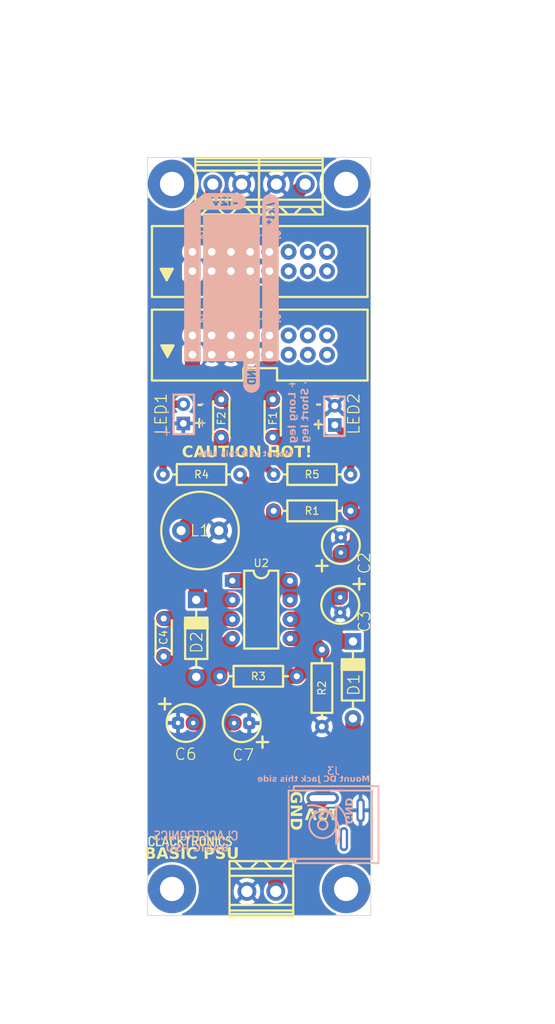
<source format=kicad_pcb>
(kicad_pcb (version 20221018) (generator pcbnew)
  (layers (0 "F.Cu" signal) (31 "B.Cu" signal) (34 "B.Paste" user) (35 "F.Paste" user) (36 "B.SilkS" user "B.Silkscreen") (37 "F.SilkS" user "F.Silkscreen") (38 "B.Mask" user) (39 "F.Mask" user) (44 "Edge.Cuts" user))
  (net 0 "")
  (net 1 "VCC")
  (net 2 "GND")
  (net 3 "Net-(U2-TC)")
  (net 4 "Net-(D2-A)")
  (net 5 "Net-(D1-A)")
  (net 6 "Net-(D2-K)")
  (net 7 "-12V")
  (net 8 "+12V")
  (net 22 "Net-(U2-DC)")
  (net 23 "Net-(U2-Vfb)")
  (net 24 "Net-(LED1-A)")
  (net 25 "Net-(LED2-K)")
  (footprint "Inductor_THT:L_Radial_D10.0mm_P5.00mm_Neosid_SD12_style3" (layer "F.Cu") (at 124.7 95.225)
    (fp_text reference "L1" (at 2.5 0) (layer "F.SilkS") (effects (font (size 1.5 1.5))))
    (fp_text value "220μH")
    (pad "1" thru_hole circle (at 0 0) (size 2.4 2.4) (drill 1.2) (layers "*.Cu" "*.Mask") (net 6 "Net-(D2-K)"))
    (pad "2" thru_hole circle (at 5 0) (size 2.4 2.4) (drill 1.2) (layers "*.Cu" "*.Mask") (net 2 "GND"))
  )
  (footprint "Clacktronics:R_TH_Axial_250mw_P10.16mm_Horizontal" (layer "F.Cu") (at 122.32 87.825)
    (fp_text reference "R4" (at 5.08 0) (layer "F.SilkS"))
    (fp_text value "1.5kΩ")
    (pad "1" thru_hole circle (at 0 0) (size 1.8 1.8) (drill 0.8) (layers "*.Cu" "*.Mask") (net 24 "Net-(LED1-A)"))
    (pad "2" thru_hole circle (at 10.16 0) (size 1.8 1.8) (drill 0.8) (layers "*.Cu" "*.Mask") (net 8 "+12V"))
  )
  (footprint "Clacktronics:Eurorack-IDC-Header" (layer "F.Cu") (at 126.2 61 90)
    (fp_text reference "J2" hide)
    (fp_text value "EURORACK_16_PIN")
    (fp_text user "+12" (at 4.699 10.287) (layer "B.SilkS"))
    (fp_text user "GND" (at 4.826 5.207) (layer "B.SilkS"))
    (fp_text user "-12" (at 4.699 0.508) (layer "B.SilkS"))
    (pad "1" thru_hole roundrect (at 0 0 90) (size 2.1 2.1) (drill 1.016) (layers "*.Cu" "*.Mask") (roundrect_rratio 0.1) (net 7 "-12V"))
    (pad "2" thru_hole circle (at 2.54 0 90) (size 2.1 2.1) (drill 1.016) (layers "*.Cu" "*.Mask") (net 7 "-12V"))
    (pad "3" thru_hole circle (at 0 2.54 90) (size 2.1 2.1) (drill 1.016) (layers "*.Cu" "*.Mask") (net 2 "GND"))
    (pad "4" thru_hole circle (at 2.54 2.54 90) (size 2.1 2.1) (drill 1.016) (layers "*.Cu" "*.Mask") (net 2 "GND"))
    (pad "5" thru_hole circle (at 0 5.08 90) (size 2.1 2.1) (drill 1.016) (layers "*.Cu" "*.Mask") (net 2 "GND"))
    (pad "6" thru_hole circle (at 2.54 5.08 90) (size 2.1 2.1) (drill 1.016) (layers "*.Cu" "*.Mask") (net 2 "GND"))
    (pad "7" thru_hole circle (at 0 7.62 90) (size 2.1 2.1) (drill 1.016) (layers "*.Cu" "*.Mask") (net 2 "GND"))
    (pad "8" thru_hole circle (at 2.54 7.62 90) (size 2.1 2.1) (drill 1.016) (layers "*.Cu" "*.Mask") (net 2 "GND"))
    (pad "9" thru_hole circle (at 0 10.16 90) (size 2.1 2.1) (drill 1.016) (layers "*.Cu" "*.Mask") (net 8 "+12V"))
    (pad "10" thru_hole circle (at 2.54 10.16 90) (size 2.1 2.1) (drill 1.016) (layers "*.Cu" "*.Mask") (net 8 "+12V"))
    (pad "11" thru_hole circle (at 0 12.7 90) (size 2.1 2.1) (drill 1.016) (layers "*.Cu" "*.Mask"))
    (pad "12" thru_hole circle (at 2.54 12.7 90) (size 2.1 2.1) (drill 1.016) (layers "*.Cu" "*.Mask"))
    (pad "13" thru_hole circle (at 0 15.24 90) (size 2.1 2.1) (drill 1.016) (layers "*.Cu" "*.Mask"))
    (pad "14" thru_hole circle (at 2.54 15.24 90) (size 2.1 2.1) (drill 1.016) (layers "*.Cu" "*.Mask"))
    (pad "15" thru_hole circle (at 0 17.78 90) (size 2.1 2.1) (drill 1.016) (layers "*.Cu" "*.Mask"))
    (pad "16" thru_hole circle (at 2.54 17.78 90) (size 2.1 2.1) (drill 1.016) (layers "*.Cu" "*.Mask"))
  )
  (footprint "Clacktronics:C_TH_Elec_5mm_P2mm" (layer "F.Cu") (at 145.8 97.125 90)
    (fp_text reference "C2" (at -2.4 3.1 90) (layer "F.SilkS") (effects (font (size 1.5 1.5))))
    (fp_text value "100μF")
    (pad "1" thru_hole roundrect (at -1 0 90) (size 1.6 1.6) (drill 0.6) (layers "*.Cu" "*.Mask") (net 1 "VCC"))
    (pad "2" thru_hole circle (at 1 0 90) (size 1.6 1.6) (drill 0.6) (layers "*.Cu" "*.Mask") (net 2 "GND"))
  )
  (footprint "Clacktronics:C_TH_Disc_P5.00mm" (layer "F.Cu") (at 122.4 106.825 -90)
    (fp_text reference "C4" (at 2.5 0.0254 -90) (layer "F.SilkS"))
    (fp_text value "220pF")
    (pad "1" thru_hole circle (at 0 0 270) (size 1.8 1.8) (drill 0.8) (layers "*.Cu" "*.Mask") (net 3 "Net-(U2-TC)"))
    (pad "2" thru_hole circle (at 5 0 270) (size 1.8 1.8) (drill 0.8) (layers "*.Cu" "*.Mask") (net 4 "Net-(D2-A)"))
  )
  (footprint "Clacktronics:C_TH_Disc_P5.00mm" (layer "F.Cu") (at 130 82.925 90)
    (fp_text reference "F2" (at 2.5 0.0254 90) (layer "F.SilkS"))
    (fp_text value "JK60-030")
    (pad "1" thru_hole circle (at 0 0 90) (size 1.8 1.8) (drill 0.8) (layers "*.Cu" "*.Mask") (net 6 "Net-(D2-K)"))
    (pad "2" thru_hole circle (at 5 0 90) (size 1.8 1.8) (drill 0.8) (layers "*.Cu" "*.Mask") (net 7 "-12V"))
  )
  (footprint "Clacktronics:R_TH_Axial_250mw_P10.16mm_Horizontal" (layer "F.Cu") (at 143.3 121.08 90)
    (fp_text reference "R2" (at 5.08 0 90) (layer "F.SilkS"))
    (fp_text value "13kΩ")
    (pad "1" thru_hole circle (at 0 0 90) (size 1.8 1.8) (drill 0.8) (layers "*.Cu" "*.Mask") (net 2 "GND"))
    (pad "2" thru_hole circle (at 10.16 0 90) (size 1.8 1.8) (drill 0.8) (layers "*.Cu" "*.Mask") (net 23 "Net-(U2-Vfb)"))
  )
  (footprint "Clacktronics:LED_D3.0mm" (layer "F.Cu") (at 145 80.025 90)
    (fp_text reference "LED2" (at 0.2 2.5 90) (layer "F.SilkS") (effects (font (size 1.5 1.5))))
    (fp_text value "LED")
    (pad "1" thru_hole rect (at -1.27 0 90) (size 1.8 1.8) (drill 0.9) (layers "*.Cu" "*.Mask") (net 25 "Net-(LED2-K)"))
    (pad "2" thru_hole circle (at 1.27 0 90) (size 1.8 1.8) (drill 0.9) (layers "*.Cu" "*.Mask") (net 2 "GND"))
  )
  (footprint "MountingHole:MountingHole_3.2mm_M3_Pad" (layer "F.Cu") (at 123.5 49.5)
    (fp_text reference "REF**" hide)
    (fp_text value "MountingHole_3.2mm_M3_Pad" hide)
    (pad "1" thru_hole circle (at 0 0) (size 6.4 6.4) (drill 3.2) (layers "*.Cu" "*.Mask"))
  )
  (footprint "Clacktronics:C_TH_Elec_5mm_P2mm" (layer "F.Cu") (at 145.725 105.025 -90)
    (fp_text reference "C3" (at 2.2 -3.175 90) (layer "F.SilkS") (effects (font (size 1.5 1.5))))
    (fp_text value "100μF")
    (pad "1" thru_hole roundrect (at -1 0 270) (size 1.6 1.6) (drill 0.6) (layers "*.Cu" "*.Mask") (net 1 "VCC"))
    (pad "2" thru_hole circle (at 1 0 270) (size 1.6 1.6) (drill 0.6) (layers "*.Cu" "*.Mask") (net 2 "GND"))
  )
  (footprint "Clacktronics:CONN-TH_2P-P3.81_DB125-3.81-2P-BK-S" (layer "F.Cu") (at 130.794996 49.825)
    (fp_text reference "J21" hide)
    (fp_text value "Screw_Terminal_01x02")
    (pad "1" thru_hole circle (at -1.905004 -0.3) (size 2.5 2.5) (drill 1.500025) (layers "*.Cu" "*.Mask") (net 7 "-12V"))
    (pad "2" thru_hole circle (at 1.905004 -0.3) (size 2.5 2.5) (drill 1.500025) (layers "*.Cu" "*.Mask") (net 2 "GND"))
  )
  (footprint "Clacktronics:CONN-TH_2P-P3.81_DB125-3.81-2P-BK-S" (layer "F.Cu") (at 135.3 142.525 180)
    (fp_text reference "J1" hide)
    (fp_text value "Screw_Terminal_01x02")
    (pad "1" thru_hole circle (at -1.905004 -0.3 180) (size 2.5 2.5) (drill 1.500025) (layers "*.Cu" "*.Mask") (net 5 "Net-(D1-A)"))
    (pad "2" thru_hole circle (at 1.905004 -0.3 180) (size 2.5 2.5) (drill 1.500025) (layers "*.Cu" "*.Mask") (net 2 "GND"))
  )
  (footprint "Clacktronics:CONN-TH_2P-P3.81_DB125-3.81-2P-BK-S" (layer "F.Cu") (at 139.194996 49.825)
    (fp_text reference "J4" hide)
    (fp_text value "Screw_Terminal_01x02")
    (pad "1" thru_hole circle (at -1.905004 -0.3) (size 2.5 2.5) (drill 1.500025) (layers "*.Cu" "*.Mask") (net 2 "GND"))
    (pad "2" thru_hole circle (at 1.905004 -0.3) (size 2.5 2.5) (drill 1.500025) (layers "*.Cu" "*.Mask") (net 8 "+12V"))
  )
  (footprint "Clacktronics:D_TH_DO-41_P10.16mm" (layer "F.Cu") (at 126.7 104.365 -90)
    (fp_text reference "D2" (at 5.61 -0.05 90) (layer "F.SilkS") (effects (font (size 1.5 1.5))))
    (fp_text value "1N5819 ")
    (pad "1" thru_hole rect (at 0 0 270) (size 2.2 2.2) (drill 1.1) (layers "*.Cu" "*.Mask") (net 6 "Net-(D2-K)"))
    (pad "2" thru_hole oval (at 10.16 0 270) (size 2.2 2.2) (drill 1.1) (layers "*.Cu" "*.Mask") (net 4 "Net-(D2-A)"))
  )
  (footprint "Clacktronics:R_TH_Axial_250mw_P10.16mm_Horizontal" (layer "F.Cu") (at 147.08 92.625 180)
    (fp_text reference "R1" (at 5.08 0 180) (layer "F.SilkS"))
    (fp_text value "1Ω")
    (pad "1" thru_hole circle (at 0 0 180) (size 1.8 1.8) (drill 0.8) (layers "*.Cu" "*.Mask") (net 1 "VCC"))
    (pad "2" thru_hole circle (at 10.16 0 180) (size 1.8 1.8) (drill 0.8) (layers "*.Cu" "*.Mask") (net 22 "Net-(U2-DC)"))
  )
  (footprint "Clacktronics:Eurorack-IDC-Header" (layer "F.Cu") (at 126.2 72.025 90)
    (fp_text reference "J17" hide)
    (fp_text value "EURORACK_16_PIN")
    (fp_text user "GND" (at 4.826 5.207) (layer "B.SilkS"))
    (fp_text user "-12" (at 4.699 0.508) (layer "B.SilkS"))
    (fp_text user "+12" (at 4.699 10.287) (layer "B.SilkS"))
    (pad "1" thru_hole roundrect (at 0 0 90) (size 2.1 2.1) (drill 1.016) (layers "*.Cu" "*.Mask") (roundrect_rratio 0.1) (net 7 "-12V"))
    (pad "2" thru_hole circle (at 2.54 0 90) (size 2.1 2.1) (drill 1.016) (layers "*.Cu" "*.Mask") (net 7 "-12V"))
    (pad "3" thru_hole circle (at 0 2.54 90) (size 2.1 2.1) (drill 1.016) (layers "*.Cu" "*.Mask") (net 2 "GND"))
    (pad "4" thru_hole circle (at 2.54 2.54 90) (size 2.1 2.1) (drill 1.016) (layers "*.Cu" "*.Mask") (net 2 "GND"))
    (pad "5" thru_hole circle (at 0 5.08 90) (size 2.1 2.1) (drill 1.016) (layers "*.Cu" "*.Mask") (net 2 "GND"))
    (pad "6" thru_hole circle (at 2.54 5.08 90) (size 2.1 2.1) (drill 1.016) (layers "*.Cu" "*.Mask") (net 2 "GND"))
    (pad "7" thru_hole circle (at 0 7.62 90) (size 2.1 2.1) (drill 1.016) (layers "*.Cu" "*.Mask") (net 2 "GND"))
    (pad "8" thru_hole circle (at 2.54 7.62 90) (size 2.1 2.1) (drill 1.016) (layers "*.Cu" "*.Mask") (net 2 "GND"))
    (pad "9" thru_hole circle (at 0 10.16 90) (size 2.1 2.1) (drill 1.016) (layers "*.Cu" "*.Mask") (net 8 "+12V"))
    (pad "10" thru_hole circle (at 2.54 10.16 90) (size 2.1 2.1) (drill 1.016) (layers "*.Cu" "*.Mask") (net 8 "+12V"))
    (pad "11" thru_hole circle (at 0 12.7 90) (size 2.1 2.1) (drill 1.016) (layers "*.Cu" "*.Mask"))
    (pad "12" thru_hole circle (at 2.54 12.7 90) (size 2.1 2.1) (drill 1.016) (layers "*.Cu" "*.Mask"))
    (pad "13" thru_hole circle (at 0 15.24 90) (size 2.1 2.1) (drill 1.016) (layers "*.Cu" "*.Mask"))
    (pad "14" thru_hole circle (at 2.54 15.24 90) (size 2.1 2.1) (drill 1.016) (layers "*.Cu" "*.Mask"))
    (pad "15" thru_hole circle (at 0 17.78 90) (size 2.1 2.1) (drill 1.016) (layers "*.Cu" "*.Mask"))
    (pad "16" thru_hole circle (at 2.54 17.78 90) (size 2.1 2.1) (drill 1.016) (layers "*.Cu" "*.Mask"))
  )
  (footprint "Clacktronics:DIP-8_W7.62mm_LongPads" (layer "F.Cu") (at 131.475 101.845)
    (fp_text reference "U2" (at 3.81 -2.33) (layer "F.SilkS"))
    (fp_text value "MC34063AD")
    (pad "1" thru_hole rect (at 0 0) (size 2 1.6) (drill 0.8) (layers "*.Cu" "*.Mask") (net 22 "Net-(U2-DC)"))
    (pad "2" thru_hole oval (at 0 2.54) (size 2 1.6) (drill 0.8) (layers "*.Cu" "*.Mask") (net 6 "Net-(D2-K)"))
    (pad "3" thru_hole oval (at 0 5.08) (size 2 1.6) (drill 0.8) (layers "*.Cu" "*.Mask") (net 3 "Net-(U2-TC)"))
    (pad "4" thru_hole oval (at 0 7.62) (size 2 1.6) (drill 0.8) (layers "*.Cu" "*.Mask") (net 4 "Net-(D2-A)"))
    (pad "5" thru_hole oval (at 7.62 7.62) (size 2 1.6) (drill 0.8) (layers "*.Cu" "*.Mask") (net 23 "Net-(U2-Vfb)"))
    (pad "6" thru_hole oval (at 7.62 5.08) (size 2 1.6) (drill 0.8) (layers "*.Cu" "*.Mask") (net 1 "VCC"))
    (pad "7" thru_hole oval (at 7.62 2.54) (size 2 1.6) (drill 0.8) (layers "*.Cu" "*.Mask") (net 22 "Net-(U2-DC)"))
    (pad "8" thru_hole oval (at 7.62 0) (size 2 1.6) (drill 0.8) (layers "*.Cu" "*.Mask") (net 22 "Net-(U2-DC)"))
  )
  (footprint "Clacktronics:LED_D3.0mm" (layer "F.Cu") (at 125 79.825 90)
    (fp_text reference "LED1" (at 0 -2.96 90) (layer "F.SilkS") (effects (font (size 1.5 1.5))))
    (fp_text value "LED")
    (pad "1" thru_hole rect (at -1.27 0 90) (size 1.8 1.8) (drill 0.9) (layers "*.Cu" "*.Mask") (net 2 "GND"))
    (pad "2" thru_hole circle (at 1.27 0 90) (size 1.8 1.8) (drill 0.9) (layers "*.Cu" "*.Mask") (net 24 "Net-(LED1-A)"))
  )
  (footprint "MountingHole:MountingHole_3.2mm_M3_Pad" (layer "F.Cu") (at 146.5 49.5)
    (fp_text reference "REF**" hide)
    (fp_text value "MountingHole_3.2mm_M3_Pad" hide)
    (pad "1" thru_hole circle (at 0 0) (size 6.4 6.4) (drill 3.2) (layers "*.Cu" "*.Mask"))
  )
  (footprint "Clacktronics:C_TH_Elec_5mm_P2mm" (layer "F.Cu") (at 132.7 120.625 180)
    (fp_text reference "C7" (at -0.2 -4.2) (layer "F.SilkS") (effects (font (size 1.5 1.5))))
    (fp_text value "100μF")
    (pad "1" thru_hole roundrect (at -1 0 180) (size 1.6 1.6) (drill 0.6) (layers "*.Cu" "*.Mask") (net 2 "GND"))
    (pad "2" thru_hole circle (at 1 0 180) (size 1.6 1.6) (drill 0.6) (layers "*.Cu" "*.Mask") (net 4 "Net-(D2-A)"))
  )
  (footprint "MountingHole:MountingHole_3.2mm_M3_Pad" (layer "F.Cu") (at 123.5 142.5)
    (fp_text reference "REF**" hide)
    (fp_text value "MountingHole_3.2mm_M3_Pad" hide)
    (pad "1" thru_hole circle (at 0 0) (size 6.4 6.4) (drill 3.2) (layers "*.Cu" "*.Mask"))
  )
  (footprint "Clacktronics:C_TH_Disc_P5.00mm" (layer "F.Cu") (at 136.8 82.925 90)
    (fp_text reference "F1" (at 2.5 0.0254 90) (layer "F.SilkS"))
    (fp_text value "JK60-030")
    (pad "1" thru_hole circle (at 0 0 90) (size 1.8 1.8) (drill 0.8) (layers "*.Cu" "*.Mask") (net 1 "VCC"))
    (pad "2" thru_hole circle (at 5 0 90) (size 1.8 1.8) (drill 0.8) (layers "*.Cu" "*.Mask") (net 8 "+12V"))
  )
  (footprint "Clacktronics:D_TH_DO-41_P10.16mm" (layer "F.Cu") (at 147.4 109.845 -90)
    (fp_text reference "D1" (at 5.73 -0.1 90) (layer "F.SilkS") (effects (font (size 1.5 1.5))))
    (fp_text value "1N5819 ")
    (pad "1" thru_hole rect (at 0 0 270) (size 2.2 2.2) (drill 1.1) (layers "*.Cu" "*.Mask") (net 1 "VCC"))
    (pad "2" thru_hole oval (at 10.16 0 270) (size 2.2 2.2) (drill 1.1) (layers "*.Cu" "*.Mask") (net 5 "Net-(D1-A)"))
  )
  (footprint "Clacktronics:R_TH_Axial_250mw_P10.16mm_Horizontal" (layer "F.Cu") (at 147.08 87.825 180)
    (fp_text reference "R5" (at 5.08 0 180) (layer "F.SilkS"))
    (fp_text value "1.5kΩ")
    (pad "1" thru_hole circle (at 0 0 180) (size 1.8 1.8) (drill 0.8) (layers "*.Cu" "*.Mask") (net 25 "Net-(LED2-K)"))
    (pad "2" thru_hole circle (at 10.16 0 180) (size 1.8 1.8) (drill 0.8) (layers "*.Cu" "*.Mask") (net 7 "-12V"))
  )
  (footprint "MountingHole:MountingHole_3.2mm_M3_Pad" (layer "F.Cu") (at 146.5 142.5)
    (fp_text reference "REF**" hide)
    (fp_text value "MountingHole_3.2mm_M3_Pad" hide)
    (pad "1" thru_hole circle (at 0 0) (size 6.4 6.4) (drill 3.2) (layers "*.Cu" "*.Mask"))
  )
  (footprint "Clacktronics:R_TH_Axial_250mw_P10.16mm_Horizontal" (layer "F.Cu") (at 129.82 114.445)
    (fp_text reference "R3" (at 5.08 0) (layer "F.SilkS"))
    (fp_text value "1.5kΩ")
    (pad "1" thru_hole circle (at 0 0) (size 1.8 1.8) (drill 0.8) (layers "*.Cu" "*.Mask") (net 4 "Net-(D2-A)"))
    (pad "2" thru_hole circle (at 10.16 0) (size 1.8 1.8) (drill 0.8) (layers "*.Cu" "*.Mask") (net 23 "Net-(U2-Vfb)"))
  )
  (footprint "Clacktronics:C_TH_Elec_5mm_P2mm" (layer "F.Cu") (at 125.3 120.6)
    (fp_text reference "C6" (at 0 4.125) (layer "F.SilkS") (effects (font (size 1.5 1.5))))
    (fp_text value "100μF")
    (pad "1" thru_hole roundrect (at -1 0) (size 1.6 1.6) (drill 0.6) (layers "*.Cu" "*.Mask") (net 2 "GND"))
    (pad "2" thru_hole circle (at 1 0) (size 1.6 1.6) (drill 0.6) (layers "*.Cu" "*.Mask") (net 4 "Net-(D2-A)"))
  )
  (footprint "Clacktronics:clacktronics_logo_11mm" (layer "F.Cu") (at 125.9 136.2)
    (fp_text reference "G***" hide)
    (fp_text value "LOGO" hide)
  )
  (footprint "kibuzzard-63C13629" (layer "B.Cu") (at 136.5 53.1 90)
    (fp_text reference "kibuzzard-63C13629" hide)
    (fp_text value "G***" hide)
  )
  (footprint "kibuzzard-6399AAFB" (layer "B.Cu") (at 130.9 51.8 180)
    (fp_text reference "kibuzzard-6399AAFB" hide)
    (fp_text value "G***" hide)
  )
  (footprint "Clacktronics:clacktronics_logo_11mm" (layer "B.Cu") (at 126.65 135.45 180)
    (fp_text reference "G***" hide)
    (fp_text value "LOGO" hide)
  )
  (footprint "Clacktronics:DC-IN-TH_DC-012A-20A" (layer "B.Cu") (at 144.833833 134.024924 180)
    (fp_text reference "J3" (at 0 7.08001 -360) (layer "B.SilkS") (effects (justify mirror)))
    (fp_text value "12V input")
    (pad "1" thru_hole oval (at 1.432563 3.500127 90) (size 1.6 4.3) (drill oval 0.8 3.5) (layers "*.Cu" "*.Mask") (net 5 "Net-(D1-A)"))
    (pad "2" thru_hole oval (at -3.566167 1.899924) (size 1.1 3.2) (drill oval 0.500025 2.5) (layers "*.Cu" "*.Mask") (net 2 "GND"))
    (pad "3" thru_hole oval (at -1.366523 -1.899924) (size 1.1 3.2) (drill oval 0.500025 2.5) (layers "*.Cu" "*.Mask"))
  )
  (footprint "kibuzzard-63C1369E" (layer "B.Cu") (at 134 74.9 -90)
    (fp_text reference "kibuzzard-63C1369E" hide)
    (fp_text value "G***" hide)
  )
  (footprint "Clacktronics:horsecrab" (layer "B.Cu") (at 131.57 93.59 180)
    (fp_text reference "G***" hide)
    (fp_text value "LOGO" hide)
  )
  (gr_rect (start 125.1 53.5) (end 127.3 72.9) (fill solid) (layer "B.SilkS"))
  (gr_rect (start 143.6 77.55) (end 146.3 82.75) (stroke (width 0.3)) (fill none) (layer "B.SilkS"))
  (gr_rect (start 127.6 53.5) (end 135.1 72.9) (fill solid) (layer "B.SilkS"))
  (gr_rect (start 123.7 77.3) (end 126.4 82.5) (stroke (width 0.3)) (fill none) (layer "B.SilkS"))
  (gr_poly (pts (xy 128.6 52.9) (xy 127.3 52.9) (xy 127.3 53.8) (xy 125.1 53.8) (xy 125.1 52.8) (xy 127.8 50.7) (xy 128.6 50.7)) (fill solid) (layer "B.SilkS"))
  (gr_rect (start 135.4 55.3) (end 137.6 72.9) (fill solid) (layer "B.SilkS"))
  (gr_poly (pts (xy 122.9 72.3) (xy 122.1 70.8) (xy 123.7 70.8)) (stroke (width 0.3)) (fill solid) (layer "F.SilkS"))
  (gr_poly (pts (xy 122.8 62.2) (xy 122 60.7) (xy 123.6 60.7)) (stroke (width 0.3)) (fill solid) (layer "F.SilkS"))
  (gr_line (start 149.75 46) (end 120.25 46) (stroke (width 0.1)) (layer "Edge.Cuts"))
  (gr_line (start 120.25 146) (end 149.75 146) (stroke (width 0.1)) (layer "Edge.Cuts"))
  (gr_line (start 120.25 46) (end 120.25 146) (stroke (width 0.1)) (layer "Edge.Cuts"))
  (gr_line (start 149.75 46) (end 149.75 146) (stroke (width 0.1)) (layer "Edge.Cuts"))
  (gr_text "15V" (at 143.3 132.55 180) (layer "B.SilkS") (effects (font (size 1 1) (thickness 0.2)) (justify mirror)))
  (gr_text "-" (at 127.5 78.5) (layer "B.SilkS") (effects (font (size 1 1) (thickness 0.25) bold)))
  (gr_text "+" (at 122.8 82.3) (layer "B.SilkS") (effects (font (size 1 1)) (justify mirror)))
  (gr_text "+" (at 142.75 81.1) (layer "B.SilkS") (effects (font (size 1 1) (thickness 0.25) bold) (justify mirror)))
  (gr_text "Mount DC Jack this side" (at 142.2 128.025) (layer "B.SilkS") (effects (font (size 0.8 0.8) (thickness 0.2)) (justify mirror)))
  (gr_text "+ Long leg\n- Short leg" (at 140.25 79.5 90) (layer "B.SilkS") (effects (font (size 1 1) (thickness 0.25) bold) (justify mirror)))
  (gr_text "-" (at 142.75 78.5) (layer "B.SilkS") (effects (font (size 1 1) (thickness 0.25) bold)))
  (gr_text "-" (at 122.9 79.6) (layer "B.SilkS") (effects (font (size 1 1))))
  (gr_text "BASIC PSU" (at 126.8 137.15) (layer "B.SilkS") (effects (font (size 1 1) (thickness 0.2) bold) (justify mirror)))
  (gr_text "Mount LED this side" (at 133.2 85.125) (layer "B.SilkS") (effects (font (size 0.8 0.8) (thickness 0.2)) (justify mirror)))
  (gr_text "GND" (at 146.8 132.2 -90) (layer "B.SilkS") (effects (font (size 1 1) (thickness 0.2)) (justify mirror)))
  (gr_text "+" (at 127.5 81.1) (layer "B.SilkS") (effects (font (size 1 1) (thickness 0.25) bold) (justify mirror)))
  (gr_text "-" (at 127.2 78.625) (layer "F.SilkS") (effects (font (size 1.5 1.5))))
  (gr_text "GND" (at 139.8 132.2 -90) (layer "F.SilkS") (effects (font (size 1.5 1.5) (thickness 0.2))))
  (gr_text "+" (at 127.1 81.075) (layer "F.SilkS") (effects (font (size 1.5 1.5))))
  (gr_text "CAUTION HOT!" (at 133.4 84.925) (layer "F.SilkS") (effects (font (size 1.5 1.5))))
  (gr_text "-" (at 142.85 78.575) (layer "F.SilkS") (effects (font (size 1.5 1.5))))
  (gr_text "12V" (at 143.3 132.5 180) (layer "F.SilkS") (effects (font (size 1.5 1.5) (thickness 0.2))))
  (gr_text "+" (at 142.85 81.275) (layer "F.SilkS") (effects (font (size 1.5 1.5))))
  (gr_text "BASIC PSU" (at 126.1 137.9) (layer "F.SilkS") (effects (font (size 1.5 1.5) (thickness 0.2) bold)))
  (segment (start 145.8 98.125) (end 146.628428 98.125) (width 2) (layer "F.Cu") (net 1))
  (segment (start 142.783427 103.925) (end 142.783427 106.808427) (width 2) (layer "F.Cu") (net 1))
  (segment (start 138.75 82.925) (end 136.8 82.925) (width 2) (layer "F.Cu") (net 1))
  (segment (start 146.628428 98.125) (end 147.98 96.773428) (width 2) (layer "F.Cu") (net 1))
  (segment (start 147.08 91.255) (end 138.75 82.925) (width 2) (layer "F.Cu") (net 1))
  (segment (start 142.9 106.925) (end 139.095 106.925) (width 2) (layer "F.Cu") (net 1))
  (segment (start 145.725 104.025) (end 145.725 98.2) (width 2) (layer "F.Cu") (net 1))
  (segment (start 147.98 93.525) (end 147.08 92.625) (width 2) (layer "F.Cu") (net 1))
  (segment (start 142.783427 103.925) (end 142.883427 104.025) (width 2) (layer "F.Cu") (net 1))
  (segment (start 145.82 109.845) (end 142.9 106.925) (width 2) (layer "F.Cu") (net 1))
  (segment (start 139.095 106.925) (end 139.783427 106.925) (width 2) (layer "F.Cu") (net 1))
  (segment (start 147.98 96.773428) (end 147.98 93.525) (width 2) (layer "F.Cu") (net 1))
  (segment (start 147.4 109.845) (end 145.82 109.845) (width 2) (layer "F.Cu") (net 1))
  (segment (start 142.783427 106.808427) (end 142.9 106.925) (width 2) (layer "F.Cu") (net 1))
  (segment (start 145.725 98.2) (end 145.8 98.125) (width 2) (layer "F.Cu") (net 1))
  (segment (start 147.08 92.625) (end 147.08 91.255) (width 2) (layer "F.Cu") (net 1))
  (segment (start 142.883427 104.025) (end 145.725 104.025) (width 2) (layer "F.Cu") (net 1))
  (segment (start 131.28 72.025) (end 131.28 58.46) (width 2) (layer "F.Cu") (net 2))
  (segment (start 133.82 72.025) (end 133.82 58.46) (width 2) (layer "F.Cu") (net 2))
  (segment (start 128.74 72.025) (end 128.74 58.46) (width 2) (layer "F.Cu") (net 2))
  (segment (start 131.375 106.825) (end 131.475 106.925) (width 2) (layer "F.Cu") (net 3))
  (segment (start 122.4 106.825) (end 131.375 106.825) (width 2) (layer "F.Cu") (net 3))
  (segment (start 129.82 114.445) (end 129.82 111.12) (width 2) (layer "F.Cu") (net 4))
  (segment (start 126.3 120.6) (end 131.675 120.6) (width 2) (layer "F.Cu") (net 4))
  (segment (start 126.7 120.2) (end 126.3 120.6) (width 2) (layer "F.Cu") (net 4))
  (segment (start 126.7 114.525) (end 129.74 114.525) (width 2) (layer "F.Cu") (net 4))
  (segment (start 129.74 114.525) (end 129.82 114.445) (width 2) (layer "F.Cu") (net 4))
  (segment (start 125.1 114.525) (end 122.4 111.825) (width 2) (layer "F.Cu") (net 4))
  (segment (start 126.7 114.525) (end 125.1 114.525) (width 2) (layer "F.Cu") (net 4))
  (segment (start 129.82 111.12) (end 131.475 109.465) (width 2) (layer "F.Cu") (net 4))
  (segment (start 126.7 114.525) (end 126.7 120.2) (width 2) (layer "F.Cu") (net 4))
  (segment (start 131.675 120.6) (end 131.7 120.625) (width 2) (layer "F.Cu") (net 4))
  (segment (start 137.205004 136.721063) (end 143.40127 130.524797) (width 2) (layer "F.Cu") (net 5))
  (segment (start 137.205004 142.825) (end 137.205004 136.721063) (width 2) (layer "F.Cu") (net 5))
  (segment (start 143.40127 130.524797) (end 143.40127 126.92373) (width 2) (layer "F.Cu") (net 5))
  (segment (start 143.40127 126.92373) (end 147.4 122.925) (width 2) (layer "F.Cu") (net 5))
  (segment (start 147.4 122.925) (end 147.4 120.005) (width 2) (layer "F.Cu") (net 5))
  (segment (start 126.7 104.365) (end 126.7 97.225) (width 2) (layer "F.Cu") (net 6))
  (segment (start 126.7 104.365) (end 131.455 104.365) (width 2) (layer "F.Cu") (net 6))
  (segment (start 130 82.925) (end 130 89.925) (width 2) (layer "F.Cu") (net 6))
  (segment (start 131.455 104.365) (end 131.475 104.385) (width 2) (layer "F.Cu") (net 6))
  (segment (start 126.7 97.225) (end 124.7 95.225) (width 2) (layer "F.Cu") (net 6))
  (segment (start 130 89.925) (end 124.7 95.225) (width 2) (layer "F.Cu") (net 6))
  (segment (start 133.9 81.825) (end 130 77.925) (width 1) (layer "F.Cu") (net 7))
  (segment (start 133.9 84.805) (end 133.9 81.825) (width 1) (layer "F.Cu") (net 7))
  (segment (start 136.92 87.825) (end 133.9 84.805) (width 1) (layer "F.Cu") (net 7))
  (segment (start 126.2 69.485) (end 126.2 72.025) (width 2) (layer "F.Cu") (net 7))
  (segment (start 126.235 69.5) (end 126.235 56.96) (width 2) (layer "F.Cu") (net 7))
  (segment (start 126.2 74.125) (end 126.2 72.025) (width 2) (layer "F.Cu") (net 7))
  (segment (start 126.2 58.46) (end 126.2 55.225) (width 2) (layer "F.Cu") (net 7))
  (segment (start 126.2 55.225) (end 128.889992 52.535008) (width 2) (layer "F.Cu") (net 7))
  (segment (start 128.889992 52.535008) (end 128.889992 49.525) (width 2) (layer "F.Cu") (net 7))
  (segment (start 130 77.925) (end 126.2 74.125) (width 2) (layer "F.Cu") (net 7))
  (segment (start 135.1 83.742258) (end 135.1 79.625) (width 1) (layer "F.Cu") (net 8))
  (segment (start 138.9 88.925) (end 138.9 87.542258) (width 1) (layer "F.Cu") (net 8))
  (segment (start 136.36 54.265) (end 136.36 58.46) (width 2) (layer "F.Cu") (net 8))
  (segment (start 134.08 89.425) (end 138.4 89.425) (width 1) (layer "F.Cu") (net 8))
  (segment (start 136.395 56.96) (end 136.395 69.5) (width 2) (layer "F.Cu") (net 8))
  (segment (start 136.36 77.485) (end 136.36 72.025) (width 2) (layer "F.Cu") (net 8))
  (segment (start 141.1 49.525) (end 136.36 54.265) (width 2) (layer "F.Cu") (net 8))
  (segment (start 138.9 87.542258) (end 135.1 83.742258) (width 1) (layer "F.Cu") (net 8))
  (segment (start 138.4 89.425) (end 138.9 88.925) (width 1) (layer "F.Cu") (net 8))
  (segment (start 135.1 79.625) (end 136.8 77.925) (width 1) (layer "F.Cu") (net 8))
  (segment (start 136.36 69.485) (end 136.36 72.025) (width 2) (layer "F.Cu") (net 8))
  (segment (start 132.48 87.825) (end 134.08 89.425) (width 1) (layer "F.Cu") (net 8))
  (segment (start 136.8 77.925) (end 136.36 77.485) (width 2) (layer "F.Cu") (net 8))
  (segment (start 139.095 101.845) (end 136.8 101.845) (width 2) (layer "F.Cu") (net 22))
  (segment (start 136.8 101.845) (end 131.475 101.845) (width 2) (layer "F.Cu") (net 22))
  (segment (start 136.92 101.725) (end 136.8 101.845) (width 2) (layer "F.Cu") (net 22))
  (segment (start 136.92 92.625) (end 136.92 101.725) (width 2) (layer "F.Cu") (net 22))
  (segment (start 139.095 101.845) (end 139.095 104.385) (width 2) (layer "F.Cu") (net 22))
  (segment (start 143.3 111.145) (end 140 114.445) (width 2) (layer "F.Cu") (net 23))
  (segment (start 141.62 109.465) (end 143.3 111.145) (width 2) (layer "F.Cu") (net 23))
  (segment (start 140 114.445) (end 138.202 114.445) (width 2) (layer "F.Cu") (net 23))
  (segment (start 139.095 109.465) (end 141.62 109.465) (width 2) (layer "F.Cu") (net 23))
  (segment (start 125 78.555) (end 123.727208 78.555) (width 1) (layer "F.Cu") (net 24))
  (segment (start 122.32 79.962208) (end 122.32 87.825) (width 1) (layer "F.Cu") (net 24))
  (segment (start 123.727208 78.555) (end 122.32 79.962208) (width 1) (layer "F.Cu") (net 24))
  (segment (start 147.08 83.375) (end 145 81.295) (width 1) (layer "F.Cu") (net 25))
  (segment (start 147.08 87.825) (end 147.08 83.375) (width 1) (layer "F.Cu") (net 25))
  (zone (net 2) (net_name "GND") (layer "B.Cu") (connect_pads (clearance 0.33)) (min_thickness 0.254) (fill yes (thermal_gap 0.508) (thermal_bridge_width 0.508))
    (polygon (pts (xy 151 147) (xy 119 147) (xy 119 45) (xy 151 45)))
  )
)
</source>
